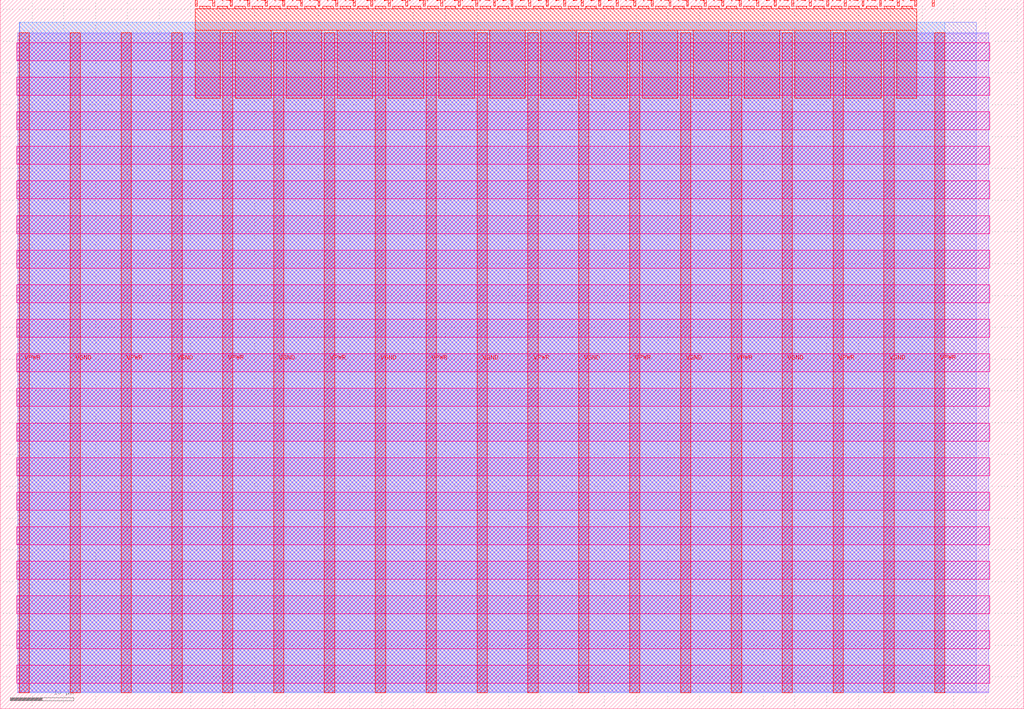
<source format=lef>
VERSION 5.7 ;
  NOWIREEXTENSIONATPIN ON ;
  DIVIDERCHAR "/" ;
  BUSBITCHARS "[]" ;
MACRO tt_um_roy1707018_ro2
  CLASS BLOCK ;
  FOREIGN tt_um_roy1707018_ro2 ;
  ORIGIN 0.000 0.000 ;
  SIZE 161.000 BY 111.520 ;
  PIN VGND
    DIRECTION INOUT ;
    USE GROUND ;
    PORT
      LAYER met4 ;
        RECT 11.000 2.480 12.600 106.320 ;
    END
    PORT
      LAYER met4 ;
        RECT 27.000 2.480 28.600 106.320 ;
    END
    PORT
      LAYER met4 ;
        RECT 43.000 2.480 44.600 106.320 ;
    END
    PORT
      LAYER met4 ;
        RECT 59.000 2.480 60.600 106.320 ;
    END
    PORT
      LAYER met4 ;
        RECT 75.000 2.480 76.600 106.320 ;
    END
    PORT
      LAYER met4 ;
        RECT 91.000 2.480 92.600 106.320 ;
    END
    PORT
      LAYER met4 ;
        RECT 107.000 2.480 108.600 106.320 ;
    END
    PORT
      LAYER met4 ;
        RECT 123.000 2.480 124.600 106.320 ;
    END
    PORT
      LAYER met4 ;
        RECT 139.000 2.480 140.600 106.320 ;
    END
  END VGND
  PIN VPWR
    DIRECTION INOUT ;
    USE POWER ;
    PORT
      LAYER met4 ;
        RECT 3.000 2.480 4.600 106.320 ;
    END
    PORT
      LAYER met4 ;
        RECT 19.000 2.480 20.600 106.320 ;
    END
    PORT
      LAYER met4 ;
        RECT 35.000 2.480 36.600 106.320 ;
    END
    PORT
      LAYER met4 ;
        RECT 51.000 2.480 52.600 106.320 ;
    END
    PORT
      LAYER met4 ;
        RECT 67.000 2.480 68.600 106.320 ;
    END
    PORT
      LAYER met4 ;
        RECT 83.000 2.480 84.600 106.320 ;
    END
    PORT
      LAYER met4 ;
        RECT 99.000 2.480 100.600 106.320 ;
    END
    PORT
      LAYER met4 ;
        RECT 115.000 2.480 116.600 106.320 ;
    END
    PORT
      LAYER met4 ;
        RECT 131.000 2.480 132.600 106.320 ;
    END
    PORT
      LAYER met4 ;
        RECT 147.000 2.480 148.600 106.320 ;
    END
  END VPWR
  PIN clk
    DIRECTION INPUT ;
    USE SIGNAL ;
    ANTENNAGATEAREA 0.852000 ;
    PORT
      LAYER met4 ;
        RECT 143.830 110.520 144.130 111.520 ;
    END
  END clk
  PIN ena
    DIRECTION INPUT ;
    USE SIGNAL ;
    PORT
      LAYER met4 ;
        RECT 146.590 110.520 146.890 111.520 ;
    END
  END ena
  PIN rst_n
    DIRECTION INPUT ;
    USE SIGNAL ;
    ANTENNAGATEAREA 0.196500 ;
    PORT
      LAYER met4 ;
        RECT 141.070 110.520 141.370 111.520 ;
    END
  END rst_n
  PIN ui_in[0]
    DIRECTION INPUT ;
    USE SIGNAL ;
    ANTENNAGATEAREA 0.196500 ;
    PORT
      LAYER met4 ;
        RECT 138.310 110.520 138.610 111.520 ;
    END
  END ui_in[0]
  PIN ui_in[1]
    DIRECTION INPUT ;
    USE SIGNAL ;
    ANTENNAGATEAREA 0.196500 ;
    PORT
      LAYER met4 ;
        RECT 135.550 110.520 135.850 111.520 ;
    END
  END ui_in[1]
  PIN ui_in[2]
    DIRECTION INPUT ;
    USE SIGNAL ;
    PORT
      LAYER met4 ;
        RECT 132.790 110.520 133.090 111.520 ;
    END
  END ui_in[2]
  PIN ui_in[3]
    DIRECTION INPUT ;
    USE SIGNAL ;
    PORT
      LAYER met4 ;
        RECT 130.030 110.520 130.330 111.520 ;
    END
  END ui_in[3]
  PIN ui_in[4]
    DIRECTION INPUT ;
    USE SIGNAL ;
    PORT
      LAYER met4 ;
        RECT 127.270 110.520 127.570 111.520 ;
    END
  END ui_in[4]
  PIN ui_in[5]
    DIRECTION INPUT ;
    USE SIGNAL ;
    PORT
      LAYER met4 ;
        RECT 124.510 110.520 124.810 111.520 ;
    END
  END ui_in[5]
  PIN ui_in[6]
    DIRECTION INPUT ;
    USE SIGNAL ;
    PORT
      LAYER met4 ;
        RECT 121.750 110.520 122.050 111.520 ;
    END
  END ui_in[6]
  PIN ui_in[7]
    DIRECTION INPUT ;
    USE SIGNAL ;
    PORT
      LAYER met4 ;
        RECT 118.990 110.520 119.290 111.520 ;
    END
  END ui_in[7]
  PIN uio_in[0]
    DIRECTION INPUT ;
    USE SIGNAL ;
    PORT
      LAYER met4 ;
        RECT 116.230 110.520 116.530 111.520 ;
    END
  END uio_in[0]
  PIN uio_in[1]
    DIRECTION INPUT ;
    USE SIGNAL ;
    PORT
      LAYER met4 ;
        RECT 113.470 110.520 113.770 111.520 ;
    END
  END uio_in[1]
  PIN uio_in[2]
    DIRECTION INPUT ;
    USE SIGNAL ;
    PORT
      LAYER met4 ;
        RECT 110.710 110.520 111.010 111.520 ;
    END
  END uio_in[2]
  PIN uio_in[3]
    DIRECTION INPUT ;
    USE SIGNAL ;
    PORT
      LAYER met4 ;
        RECT 107.950 110.520 108.250 111.520 ;
    END
  END uio_in[3]
  PIN uio_in[4]
    DIRECTION INPUT ;
    USE SIGNAL ;
    PORT
      LAYER met4 ;
        RECT 105.190 110.520 105.490 111.520 ;
    END
  END uio_in[4]
  PIN uio_in[5]
    DIRECTION INPUT ;
    USE SIGNAL ;
    PORT
      LAYER met4 ;
        RECT 102.430 110.520 102.730 111.520 ;
    END
  END uio_in[5]
  PIN uio_in[6]
    DIRECTION INPUT ;
    USE SIGNAL ;
    PORT
      LAYER met4 ;
        RECT 99.670 110.520 99.970 111.520 ;
    END
  END uio_in[6]
  PIN uio_in[7]
    DIRECTION INPUT ;
    USE SIGNAL ;
    PORT
      LAYER met4 ;
        RECT 96.910 110.520 97.210 111.520 ;
    END
  END uio_in[7]
  PIN uio_oe[0]
    DIRECTION OUTPUT ;
    USE SIGNAL ;
    ANTENNADIFFAREA 0.445500 ;
    PORT
      LAYER met4 ;
        RECT 49.990 110.520 50.290 111.520 ;
    END
  END uio_oe[0]
  PIN uio_oe[1]
    DIRECTION OUTPUT ;
    USE SIGNAL ;
    ANTENNADIFFAREA 0.445500 ;
    PORT
      LAYER met4 ;
        RECT 47.230 110.520 47.530 111.520 ;
    END
  END uio_oe[1]
  PIN uio_oe[2]
    DIRECTION OUTPUT ;
    USE SIGNAL ;
    ANTENNADIFFAREA 0.445500 ;
    PORT
      LAYER met4 ;
        RECT 44.470 110.520 44.770 111.520 ;
    END
  END uio_oe[2]
  PIN uio_oe[3]
    DIRECTION OUTPUT ;
    USE SIGNAL ;
    ANTENNADIFFAREA 0.445500 ;
    PORT
      LAYER met4 ;
        RECT 41.710 110.520 42.010 111.520 ;
    END
  END uio_oe[3]
  PIN uio_oe[4]
    DIRECTION OUTPUT ;
    USE SIGNAL ;
    ANTENNADIFFAREA 0.445500 ;
    PORT
      LAYER met4 ;
        RECT 38.950 110.520 39.250 111.520 ;
    END
  END uio_oe[4]
  PIN uio_oe[5]
    DIRECTION OUTPUT ;
    USE SIGNAL ;
    ANTENNADIFFAREA 0.445500 ;
    PORT
      LAYER met4 ;
        RECT 36.190 110.520 36.490 111.520 ;
    END
  END uio_oe[5]
  PIN uio_oe[6]
    DIRECTION OUTPUT ;
    USE SIGNAL ;
    ANTENNADIFFAREA 0.445500 ;
    PORT
      LAYER met4 ;
        RECT 33.430 110.520 33.730 111.520 ;
    END
  END uio_oe[6]
  PIN uio_oe[7]
    DIRECTION OUTPUT ;
    USE SIGNAL ;
    ANTENNADIFFAREA 0.445500 ;
    PORT
      LAYER met4 ;
        RECT 30.670 110.520 30.970 111.520 ;
    END
  END uio_oe[7]
  PIN uio_out[0]
    DIRECTION OUTPUT ;
    USE SIGNAL ;
    ANTENNADIFFAREA 0.445500 ;
    PORT
      LAYER met4 ;
        RECT 72.070 110.520 72.370 111.520 ;
    END
  END uio_out[0]
  PIN uio_out[1]
    DIRECTION OUTPUT ;
    USE SIGNAL ;
    ANTENNADIFFAREA 0.445500 ;
    PORT
      LAYER met4 ;
        RECT 69.310 110.520 69.610 111.520 ;
    END
  END uio_out[1]
  PIN uio_out[2]
    DIRECTION OUTPUT ;
    USE SIGNAL ;
    ANTENNADIFFAREA 0.445500 ;
    PORT
      LAYER met4 ;
        RECT 66.550 110.520 66.850 111.520 ;
    END
  END uio_out[2]
  PIN uio_out[3]
    DIRECTION OUTPUT ;
    USE SIGNAL ;
    ANTENNADIFFAREA 0.445500 ;
    PORT
      LAYER met4 ;
        RECT 63.790 110.520 64.090 111.520 ;
    END
  END uio_out[3]
  PIN uio_out[4]
    DIRECTION OUTPUT ;
    USE SIGNAL ;
    ANTENNADIFFAREA 0.445500 ;
    PORT
      LAYER met4 ;
        RECT 61.030 110.520 61.330 111.520 ;
    END
  END uio_out[4]
  PIN uio_out[5]
    DIRECTION OUTPUT ;
    USE SIGNAL ;
    ANTENNADIFFAREA 0.445500 ;
    PORT
      LAYER met4 ;
        RECT 58.270 110.520 58.570 111.520 ;
    END
  END uio_out[5]
  PIN uio_out[6]
    DIRECTION OUTPUT ;
    USE SIGNAL ;
    ANTENNADIFFAREA 0.445500 ;
    PORT
      LAYER met4 ;
        RECT 55.510 110.520 55.810 111.520 ;
    END
  END uio_out[6]
  PIN uio_out[7]
    DIRECTION OUTPUT ;
    USE SIGNAL ;
    ANTENNADIFFAREA 0.445500 ;
    PORT
      LAYER met4 ;
        RECT 52.750 110.520 53.050 111.520 ;
    END
  END uio_out[7]
  PIN uo_out[0]
    DIRECTION OUTPUT ;
    USE SIGNAL ;
    ANTENNADIFFAREA 0.445500 ;
    PORT
      LAYER met4 ;
        RECT 94.150 110.520 94.450 111.520 ;
    END
  END uo_out[0]
  PIN uo_out[1]
    DIRECTION OUTPUT ;
    USE SIGNAL ;
    ANTENNADIFFAREA 0.445500 ;
    PORT
      LAYER met4 ;
        RECT 91.390 110.520 91.690 111.520 ;
    END
  END uo_out[1]
  PIN uo_out[2]
    DIRECTION OUTPUT ;
    USE SIGNAL ;
    ANTENNADIFFAREA 0.445500 ;
    PORT
      LAYER met4 ;
        RECT 88.630 110.520 88.930 111.520 ;
    END
  END uo_out[2]
  PIN uo_out[3]
    DIRECTION OUTPUT ;
    USE SIGNAL ;
    ANTENNADIFFAREA 0.445500 ;
    PORT
      LAYER met4 ;
        RECT 85.870 110.520 86.170 111.520 ;
    END
  END uo_out[3]
  PIN uo_out[4]
    DIRECTION OUTPUT ;
    USE SIGNAL ;
    ANTENNADIFFAREA 0.445500 ;
    PORT
      LAYER met4 ;
        RECT 83.110 110.520 83.410 111.520 ;
    END
  END uo_out[4]
  PIN uo_out[5]
    DIRECTION OUTPUT ;
    USE SIGNAL ;
    ANTENNADIFFAREA 0.445500 ;
    PORT
      LAYER met4 ;
        RECT 80.350 110.520 80.650 111.520 ;
    END
  END uo_out[5]
  PIN uo_out[6]
    DIRECTION OUTPUT ;
    USE SIGNAL ;
    ANTENNADIFFAREA 0.445500 ;
    PORT
      LAYER met4 ;
        RECT 77.590 110.520 77.890 111.520 ;
    END
  END uo_out[6]
  PIN uo_out[7]
    DIRECTION OUTPUT ;
    USE SIGNAL ;
    ANTENNADIFFAREA 0.445500 ;
    PORT
      LAYER met4 ;
        RECT 74.830 110.520 75.130 111.520 ;
    END
  END uo_out[7]
  OBS
      LAYER nwell ;
        RECT 2.570 101.945 155.670 104.775 ;
        RECT 2.570 96.505 155.670 99.335 ;
        RECT 2.570 91.065 155.670 93.895 ;
        RECT 2.570 85.625 155.670 88.455 ;
        RECT 2.570 80.185 155.670 83.015 ;
        RECT 2.570 74.745 155.670 77.575 ;
        RECT 2.570 69.305 155.670 72.135 ;
        RECT 2.570 63.865 155.670 66.695 ;
        RECT 2.570 58.425 155.670 61.255 ;
        RECT 2.570 52.985 155.670 55.815 ;
        RECT 2.570 47.545 155.670 50.375 ;
        RECT 2.570 42.105 155.670 44.935 ;
        RECT 2.570 36.665 155.670 39.495 ;
        RECT 2.570 31.225 155.670 34.055 ;
        RECT 2.570 25.785 155.670 28.615 ;
        RECT 2.570 20.345 155.670 23.175 ;
        RECT 2.570 14.905 155.670 17.735 ;
        RECT 2.570 9.465 155.670 12.295 ;
        RECT 2.570 4.025 155.670 6.855 ;
      LAYER li1 ;
        RECT 2.760 2.635 155.480 106.165 ;
      LAYER met1 ;
        RECT 2.760 2.480 155.480 106.320 ;
      LAYER met2 ;
        RECT 3.030 2.535 153.540 107.965 ;
      LAYER met3 ;
        RECT 3.010 2.555 148.590 107.945 ;
      LAYER met4 ;
        RECT 31.370 110.120 33.030 110.520 ;
        RECT 34.130 110.120 35.790 110.520 ;
        RECT 36.890 110.120 38.550 110.520 ;
        RECT 39.650 110.120 41.310 110.520 ;
        RECT 42.410 110.120 44.070 110.520 ;
        RECT 45.170 110.120 46.830 110.520 ;
        RECT 47.930 110.120 49.590 110.520 ;
        RECT 50.690 110.120 52.350 110.520 ;
        RECT 53.450 110.120 55.110 110.520 ;
        RECT 56.210 110.120 57.870 110.520 ;
        RECT 58.970 110.120 60.630 110.520 ;
        RECT 61.730 110.120 63.390 110.520 ;
        RECT 64.490 110.120 66.150 110.520 ;
        RECT 67.250 110.120 68.910 110.520 ;
        RECT 70.010 110.120 71.670 110.520 ;
        RECT 72.770 110.120 74.430 110.520 ;
        RECT 75.530 110.120 77.190 110.520 ;
        RECT 78.290 110.120 79.950 110.520 ;
        RECT 81.050 110.120 82.710 110.520 ;
        RECT 83.810 110.120 85.470 110.520 ;
        RECT 86.570 110.120 88.230 110.520 ;
        RECT 89.330 110.120 90.990 110.520 ;
        RECT 92.090 110.120 93.750 110.520 ;
        RECT 94.850 110.120 96.510 110.520 ;
        RECT 97.610 110.120 99.270 110.520 ;
        RECT 100.370 110.120 102.030 110.520 ;
        RECT 103.130 110.120 104.790 110.520 ;
        RECT 105.890 110.120 107.550 110.520 ;
        RECT 108.650 110.120 110.310 110.520 ;
        RECT 111.410 110.120 113.070 110.520 ;
        RECT 114.170 110.120 115.830 110.520 ;
        RECT 116.930 110.120 118.590 110.520 ;
        RECT 119.690 110.120 121.350 110.520 ;
        RECT 122.450 110.120 124.110 110.520 ;
        RECT 125.210 110.120 126.870 110.520 ;
        RECT 127.970 110.120 129.630 110.520 ;
        RECT 130.730 110.120 132.390 110.520 ;
        RECT 133.490 110.120 135.150 110.520 ;
        RECT 136.250 110.120 137.910 110.520 ;
        RECT 139.010 110.120 140.670 110.520 ;
        RECT 141.770 110.120 143.430 110.520 ;
        RECT 30.655 106.720 144.145 110.120 ;
        RECT 30.655 96.055 34.600 106.720 ;
        RECT 37.000 96.055 42.600 106.720 ;
        RECT 45.000 96.055 50.600 106.720 ;
        RECT 53.000 96.055 58.600 106.720 ;
        RECT 61.000 96.055 66.600 106.720 ;
        RECT 69.000 96.055 74.600 106.720 ;
        RECT 77.000 96.055 82.600 106.720 ;
        RECT 85.000 96.055 90.600 106.720 ;
        RECT 93.000 96.055 98.600 106.720 ;
        RECT 101.000 96.055 106.600 106.720 ;
        RECT 109.000 96.055 114.600 106.720 ;
        RECT 117.000 96.055 122.600 106.720 ;
        RECT 125.000 96.055 130.600 106.720 ;
        RECT 133.000 96.055 138.600 106.720 ;
        RECT 141.000 96.055 144.145 106.720 ;
  END
END tt_um_roy1707018_ro2
END LIBRARY


</source>
